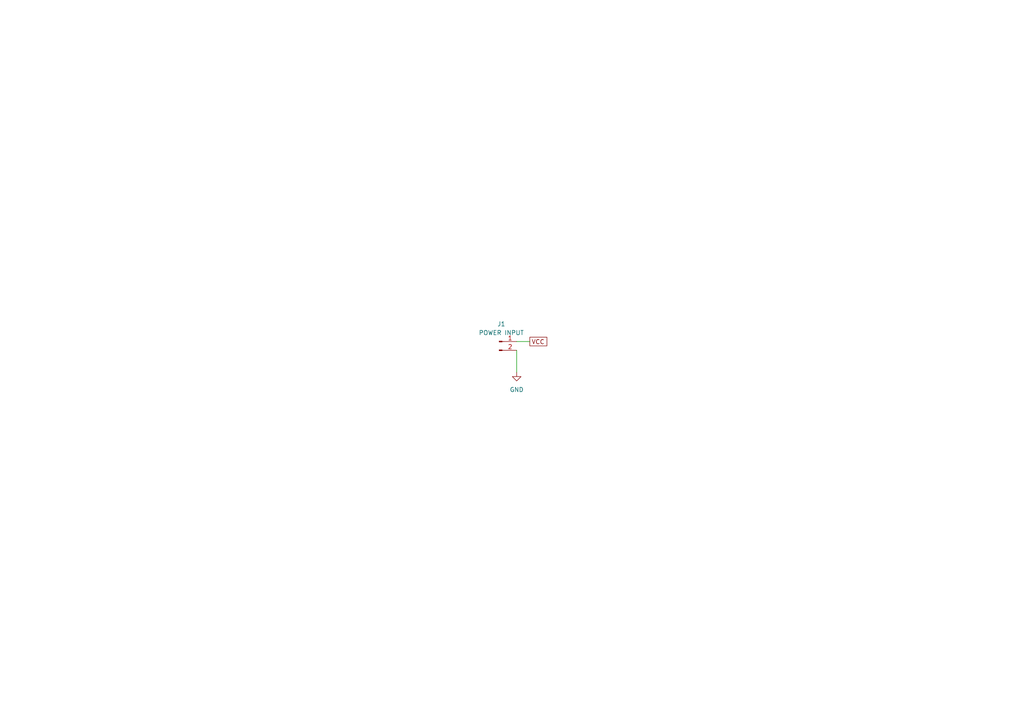
<source format=kicad_sch>
(kicad_sch (version 20250114) (generator "eeschema") (generator_version "9.0")
  (paper "A4")
  (lib_symbols
    (symbol "Connector:Conn_01x02_Pin" (pin_names (offset 1.016) (hide yes))
      (property "Reference" "J" (at 0 2.54 0))
      (property "Value" "Conn_01x02_Pin" (at 0 -5.08 0))
      (symbol "Conn_01x02_Pin_1_1"
        (rectangle (start 0.8636 0.127) (end 0 -0.127) (stroke (width 0.1524)) (fill (type outline)))
        (rectangle (start 0.8636 -2.413) (end 0 -2.667) (stroke (width 0.1524)) (fill (type outline)))
        (polyline (pts (xy 1.27 0) (xy 0.8636 0)) (stroke (width 0.1524)))
        (polyline (pts (xy 1.27 -2.54) (xy 0.8636 -2.54)) (stroke (width 0.1524)))
        (pin passive line (at 5.08 0 180) (length 3.81) (name "Pin_1") (number "1"))
        (pin passive line (at 5.08 -2.54 180) (length 3.81) (name "Pin_2") (number "2"))
      )
    )
    (symbol "power:GND" (power) (pin_numbers (hide yes)) (pin_names (offset 0) (hide yes))
      (property "Value" "GND" (at 0 -3.81 0))
      (symbol "GND_0_1"
        (polyline (pts (xy 0 0) (xy 0 -1.27) (xy 1.27 -1.27) (xy 0 -2.54) (xy -1.27 -1.27) (xy 0 -1.27)))
      )
      (symbol "GND_1_1"
        (pin power_in line (at 0 0 270) (length 0) (name "~") (number "1"))
      )
    )
  )
  (wire (pts (xy 149.86 99.06) (xy 153.67 99.06)))
  (wire (pts (xy 149.86 101.6) (xy 149.86 107.95)))
  (global_label "VCC" (shape passive) (at 153.67 99.06 0) (property "Intersheetrefs" "${INTERSHEET_REFS}" (effects (hide yes))))
  (symbol (lib_id "power:GND") (at 149.86 107.95 0) (unit 1)
    (property "Reference" "#PWR05" (effects (hide yes)))
    (property "Value" "GND" (at 149.86 113.03 0))
    (property "Description" "Power symbol creates a global label with name \"GND\" , ground" (effects (hide yes)))
  )
  (symbol (lib_id "Connector:Conn_01x02_Pin") (at 144.78 99.06 0) (unit 1)
    (property "Reference" "J1" (at 145.415 93.98 0))
    (property "Value" "POWER INPUT" (at 145.415 96.52 0))
    (property "Footprint" "Connector_PinHeader_2.54mm:PinHeader_1x02_P2.54mm_Vertical" (effects (hide yes)))
    (property "Description" "Generic connector, single row, 01x02, script generated" (effects (hide yes)))
  )
)
</source>
